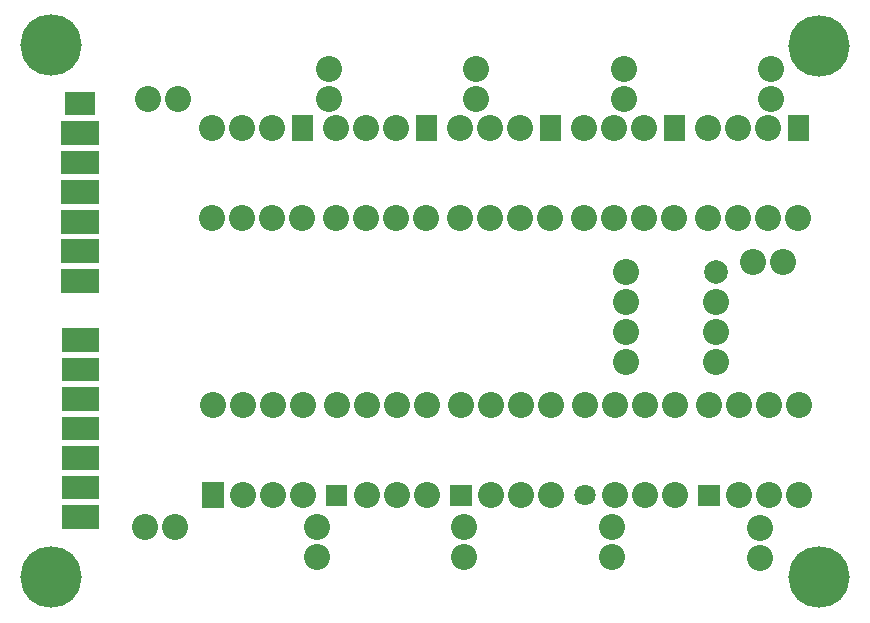
<source format=gts>
G04 Layer: TopSolderMaskLayer*
G04 EasyEDA v6.4.25, 2021-10-09T05:44:53+02:00*
G04 3c18a9597c8044bdbc100f5c1c0a61b4,11806c6667b54f078b534f3636c84428,10*
G04 Gerber Generator version 0.2*
G04 Scale: 100 percent, Rotated: No, Reflected: No *
G04 Dimensions in millimeters *
G04 leading zeros omitted , absolute positions ,4 integer and 5 decimal *
%FSLAX45Y45*%
%MOMM*%

%ADD28C,2.2032*%
%ADD30C,1.8034*%
%ADD31C,2.0032*%
%ADD32C,5.2032*%

%LPD*%
G36*
X339852Y2161539D02*
G01*
X339852Y2361692D01*
X660400Y2361692D01*
X660400Y2161539D01*
G37*
G36*
X339852Y1911350D02*
G01*
X339852Y2111502D01*
X660400Y2111502D01*
X660400Y1911350D01*
G37*
G36*
X339852Y1661413D02*
G01*
X339852Y1861565D01*
X660400Y1861565D01*
X660400Y1661413D01*
G37*
G36*
X339852Y1411478D02*
G01*
X339852Y1611629D01*
X660400Y1611629D01*
X660400Y1411478D01*
G37*
G36*
X339852Y1161542D02*
G01*
X339852Y1361694D01*
X660400Y1361694D01*
X660400Y1161542D01*
G37*
G36*
X339852Y911352D02*
G01*
X339852Y1111504D01*
X660400Y1111504D01*
X660400Y911352D01*
G37*
G36*
X339852Y661415D02*
G01*
X339852Y861568D01*
X660400Y861568D01*
X660400Y661415D01*
G37*
G36*
X364744Y4161536D02*
G01*
X364744Y4361687D01*
X624839Y4361687D01*
X624839Y4161536D01*
G37*
G36*
X334518Y3911345D02*
G01*
X334518Y4111497D01*
X655065Y4111497D01*
X655065Y3911345D01*
G37*
G36*
X334518Y3661410D02*
G01*
X334518Y3861562D01*
X655065Y3861562D01*
X655065Y3661410D01*
G37*
G36*
X334518Y3411473D02*
G01*
X334518Y3611626D01*
X655065Y3611626D01*
X655065Y3411473D01*
G37*
G36*
X334518Y3161537D02*
G01*
X334518Y3361689D01*
X655065Y3361689D01*
X655065Y3161537D01*
G37*
G36*
X334518Y2911347D02*
G01*
X334518Y3111500D01*
X655065Y3111500D01*
X655065Y2911347D01*
G37*
G36*
X334518Y2661412D02*
G01*
X334518Y2861563D01*
X655065Y2861563D01*
X655065Y2661412D01*
G37*
G36*
X1530604Y835913D02*
G01*
X1530604Y1056386D01*
X1710943Y1056386D01*
X1710943Y835913D01*
G37*
D28*
G01*
X1874774Y946150D03*
G01*
X2128774Y946150D03*
G01*
X2382774Y946150D03*
G01*
X2382774Y1708150D03*
G01*
X2128774Y1708150D03*
G01*
X1874774Y1708150D03*
G01*
X1620774Y1708150D03*
G36*
X2580386Y855979D02*
G01*
X2580386Y1036320D01*
X2760725Y1036320D01*
X2760725Y855979D01*
G37*
G01*
X2924556Y946150D03*
G01*
X3178556Y946150D03*
G01*
X3432556Y946150D03*
G01*
X3432556Y1708150D03*
G01*
X3178556Y1708150D03*
G01*
X2924556Y1708150D03*
G01*
X2670556Y1708150D03*
G36*
X3630422Y855979D02*
G01*
X3630422Y1036320D01*
X3810761Y1036320D01*
X3810761Y855979D01*
G37*
G01*
X3974591Y946150D03*
G01*
X4228591Y946150D03*
G01*
X4482591Y946150D03*
G01*
X4482591Y1708150D03*
G01*
X4228591Y1708150D03*
G01*
X3974591Y1708150D03*
G01*
X3720591Y1708150D03*
D30*
G01*
X4771390Y945642D03*
D28*
G01*
X5025390Y945642D03*
G01*
X5279390Y945642D03*
G01*
X5533390Y945642D03*
G01*
X5533390Y1707642D03*
G01*
X5279390Y1707642D03*
G01*
X5025390Y1707642D03*
G01*
X4771390Y1707642D03*
G01*
X1048004Y674623D03*
G01*
X1302004Y674623D03*
G01*
X2501138Y676910D03*
G01*
X2501138Y422910D03*
G01*
X3751072Y676910D03*
G01*
X3751072Y422910D03*
G01*
X5001006Y419100D03*
G01*
X5001006Y673100D03*
G01*
X5880608Y2070862D03*
G01*
X5880608Y2324862D03*
G01*
X5880608Y2578862D03*
D31*
G01*
X5880608Y2832862D03*
D28*
G01*
X5118608Y2832862D03*
G01*
X5118608Y2578862D03*
G01*
X5118608Y2324862D03*
G01*
X5118608Y2070862D03*
G36*
X6488938Y3943857D02*
G01*
X6488938Y4164329D01*
X6669277Y4164329D01*
X6669277Y3943857D01*
G37*
G01*
X6325108Y4054094D03*
G01*
X6071108Y4054094D03*
G01*
X5817108Y4054094D03*
G01*
X5817108Y3292094D03*
G01*
X6071108Y3292094D03*
G01*
X6325108Y3292094D03*
G01*
X6579108Y3292094D03*
G36*
X5438902Y3943857D02*
G01*
X5438902Y4164329D01*
X5619241Y4164329D01*
X5619241Y3943857D01*
G37*
G01*
X5275072Y4054094D03*
G01*
X5021072Y4054094D03*
G01*
X4767072Y4054094D03*
G01*
X4767072Y3292094D03*
G01*
X5021072Y3292094D03*
G01*
X5275072Y3292094D03*
G01*
X5529072Y3292094D03*
G36*
X4388104Y3943857D02*
G01*
X4388104Y4164329D01*
X4568443Y4164329D01*
X4568443Y3943857D01*
G37*
G01*
X4224274Y4054094D03*
G01*
X3970274Y4054094D03*
G01*
X3716274Y4054094D03*
G01*
X3716274Y3292094D03*
G01*
X3970274Y3292094D03*
G01*
X4224274Y3292094D03*
G01*
X4478274Y3292094D03*
G36*
X3338068Y3943857D02*
G01*
X3338068Y4164329D01*
X3518408Y4164329D01*
X3518408Y3943857D01*
G37*
G01*
X3174238Y4054094D03*
G01*
X2920238Y4054094D03*
G01*
X2666238Y4054094D03*
G01*
X2666238Y3292094D03*
G01*
X2920238Y3292094D03*
G01*
X3174238Y3292094D03*
G01*
X3428238Y3292094D03*
G36*
X2288286Y3943350D02*
G01*
X2288286Y4163821D01*
X2468625Y4163821D01*
X2468625Y3943350D01*
G37*
G01*
X2124456Y4053586D03*
G01*
X1870456Y4053586D03*
G01*
X1616456Y4053586D03*
G01*
X1616456Y3291586D03*
G01*
X1870456Y3291586D03*
G01*
X2124456Y3291586D03*
G01*
X2378456Y3291586D03*
G36*
X5731002Y855471D02*
G01*
X5731002Y1035812D01*
X5911341Y1035812D01*
X5911341Y855471D01*
G37*
G01*
X6075172Y945642D03*
G01*
X6329172Y945642D03*
G01*
X6583172Y945642D03*
G01*
X6583172Y1707642D03*
G01*
X6329172Y1707642D03*
G01*
X6075172Y1707642D03*
G01*
X5821172Y1707642D03*
G01*
X6250940Y418592D03*
G01*
X6250940Y672592D03*
G01*
X6452108Y2924555D03*
G01*
X6198108Y2924555D03*
G01*
X6349238Y4298187D03*
G01*
X6349238Y4552187D03*
G01*
X5099558Y4297679D03*
G01*
X5099558Y4551679D03*
G01*
X3851147Y4297171D03*
G01*
X3851147Y4551171D03*
G01*
X2600706Y4555744D03*
G01*
X2600706Y4301744D03*
G01*
X1326388Y4300981D03*
G01*
X1072387Y4300981D03*
D32*
G01*
X6750050Y4750054D03*
G01*
X6750050Y249936D03*
G01*
X254254Y4754879D03*
G01*
X254254Y255015D03*
M02*

</source>
